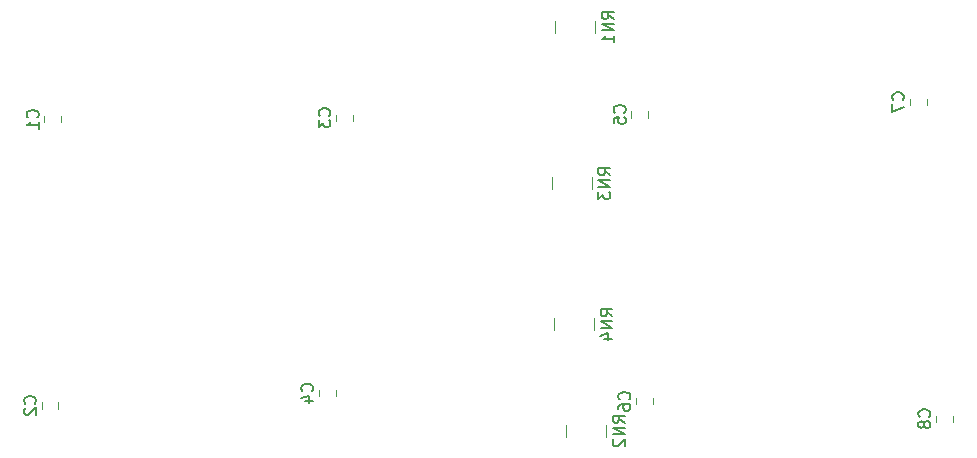
<source format=gbr>
G04 #@! TF.GenerationSoftware,KiCad,Pcbnew,(5.1.5)-3*
G04 #@! TF.CreationDate,2020-07-03T21:40:14-07:00*
G04 #@! TF.ProjectId,Sparkfun_buttons,53706172-6b66-4756-9e5f-627574746f6e,rev?*
G04 #@! TF.SameCoordinates,Original*
G04 #@! TF.FileFunction,Legend,Bot*
G04 #@! TF.FilePolarity,Positive*
%FSLAX46Y46*%
G04 Gerber Fmt 4.6, Leading zero omitted, Abs format (unit mm)*
G04 Created by KiCad (PCBNEW (5.1.5)-3) date 2020-07-03 21:40:14*
%MOMM*%
%LPD*%
G04 APERTURE LIST*
%ADD10C,0.120000*%
%ADD11C,0.150000*%
G04 APERTURE END LIST*
D10*
X86257200Y-51055748D02*
X86257200Y-51578252D01*
X84837200Y-51055748D02*
X84837200Y-51578252D01*
X86041300Y-75287348D02*
X86041300Y-75809852D01*
X84621300Y-75287348D02*
X84621300Y-75809852D01*
X109551400Y-50928748D02*
X109551400Y-51451252D01*
X110971400Y-50928748D02*
X110971400Y-51451252D01*
X108090900Y-74233248D02*
X108090900Y-74755752D01*
X109510900Y-74233248D02*
X109510900Y-74755752D01*
X135965000Y-50649348D02*
X135965000Y-51171852D01*
X134545000Y-50649348D02*
X134545000Y-51171852D01*
X136358700Y-74931748D02*
X136358700Y-75454252D01*
X134938700Y-74931748D02*
X134938700Y-75454252D01*
X158116200Y-49569848D02*
X158116200Y-50092352D01*
X159536200Y-49569848D02*
X159536200Y-50092352D01*
X160338700Y-76404948D02*
X160338700Y-76927452D01*
X161758700Y-76404948D02*
X161758700Y-76927452D01*
X131480400Y-42986500D02*
X131480400Y-43986500D01*
X128120400Y-42986500D02*
X128120400Y-43986500D01*
X129034600Y-77187600D02*
X129034600Y-78187600D01*
X132394600Y-77187600D02*
X132394600Y-78187600D01*
X131188200Y-56241900D02*
X131188200Y-57241900D01*
X127828200Y-56241900D02*
X127828200Y-57241900D01*
X127999700Y-68181600D02*
X127999700Y-69181600D01*
X131359700Y-68181600D02*
X131359700Y-69181600D01*
D11*
X84254342Y-51150333D02*
X84301961Y-51102714D01*
X84349580Y-50959857D01*
X84349580Y-50864619D01*
X84301961Y-50721761D01*
X84206723Y-50626523D01*
X84111485Y-50578904D01*
X83921009Y-50531285D01*
X83778152Y-50531285D01*
X83587676Y-50578904D01*
X83492438Y-50626523D01*
X83397200Y-50721761D01*
X83349580Y-50864619D01*
X83349580Y-50959857D01*
X83397200Y-51102714D01*
X83444819Y-51150333D01*
X84349580Y-52102714D02*
X84349580Y-51531285D01*
X84349580Y-51817000D02*
X83349580Y-51817000D01*
X83492438Y-51721761D01*
X83587676Y-51626523D01*
X83635295Y-51531285D01*
X84038442Y-75381933D02*
X84086061Y-75334314D01*
X84133680Y-75191457D01*
X84133680Y-75096219D01*
X84086061Y-74953361D01*
X83990823Y-74858123D01*
X83895585Y-74810504D01*
X83705109Y-74762885D01*
X83562252Y-74762885D01*
X83371776Y-74810504D01*
X83276538Y-74858123D01*
X83181300Y-74953361D01*
X83133680Y-75096219D01*
X83133680Y-75191457D01*
X83181300Y-75334314D01*
X83228919Y-75381933D01*
X83228919Y-75762885D02*
X83181300Y-75810504D01*
X83133680Y-75905742D01*
X83133680Y-76143838D01*
X83181300Y-76239076D01*
X83228919Y-76286695D01*
X83324157Y-76334314D01*
X83419395Y-76334314D01*
X83562252Y-76286695D01*
X84133680Y-75715266D01*
X84133680Y-76334314D01*
X108968542Y-51023333D02*
X109016161Y-50975714D01*
X109063780Y-50832857D01*
X109063780Y-50737619D01*
X109016161Y-50594761D01*
X108920923Y-50499523D01*
X108825685Y-50451904D01*
X108635209Y-50404285D01*
X108492352Y-50404285D01*
X108301876Y-50451904D01*
X108206638Y-50499523D01*
X108111400Y-50594761D01*
X108063780Y-50737619D01*
X108063780Y-50832857D01*
X108111400Y-50975714D01*
X108159019Y-51023333D01*
X108063780Y-51356666D02*
X108063780Y-51975714D01*
X108444733Y-51642380D01*
X108444733Y-51785238D01*
X108492352Y-51880476D01*
X108539971Y-51928095D01*
X108635209Y-51975714D01*
X108873304Y-51975714D01*
X108968542Y-51928095D01*
X109016161Y-51880476D01*
X109063780Y-51785238D01*
X109063780Y-51499523D01*
X109016161Y-51404285D01*
X108968542Y-51356666D01*
X107508042Y-74327833D02*
X107555661Y-74280214D01*
X107603280Y-74137357D01*
X107603280Y-74042119D01*
X107555661Y-73899261D01*
X107460423Y-73804023D01*
X107365185Y-73756404D01*
X107174709Y-73708785D01*
X107031852Y-73708785D01*
X106841376Y-73756404D01*
X106746138Y-73804023D01*
X106650900Y-73899261D01*
X106603280Y-74042119D01*
X106603280Y-74137357D01*
X106650900Y-74280214D01*
X106698519Y-74327833D01*
X106936614Y-75184976D02*
X107603280Y-75184976D01*
X106555661Y-74946880D02*
X107269947Y-74708785D01*
X107269947Y-75327833D01*
X133962142Y-50743933D02*
X134009761Y-50696314D01*
X134057380Y-50553457D01*
X134057380Y-50458219D01*
X134009761Y-50315361D01*
X133914523Y-50220123D01*
X133819285Y-50172504D01*
X133628809Y-50124885D01*
X133485952Y-50124885D01*
X133295476Y-50172504D01*
X133200238Y-50220123D01*
X133105000Y-50315361D01*
X133057380Y-50458219D01*
X133057380Y-50553457D01*
X133105000Y-50696314D01*
X133152619Y-50743933D01*
X133057380Y-51648695D02*
X133057380Y-51172504D01*
X133533571Y-51124885D01*
X133485952Y-51172504D01*
X133438333Y-51267742D01*
X133438333Y-51505838D01*
X133485952Y-51601076D01*
X133533571Y-51648695D01*
X133628809Y-51696314D01*
X133866904Y-51696314D01*
X133962142Y-51648695D01*
X134009761Y-51601076D01*
X134057380Y-51505838D01*
X134057380Y-51267742D01*
X134009761Y-51172504D01*
X133962142Y-51124885D01*
X134355842Y-75026333D02*
X134403461Y-74978714D01*
X134451080Y-74835857D01*
X134451080Y-74740619D01*
X134403461Y-74597761D01*
X134308223Y-74502523D01*
X134212985Y-74454904D01*
X134022509Y-74407285D01*
X133879652Y-74407285D01*
X133689176Y-74454904D01*
X133593938Y-74502523D01*
X133498700Y-74597761D01*
X133451080Y-74740619D01*
X133451080Y-74835857D01*
X133498700Y-74978714D01*
X133546319Y-75026333D01*
X133451080Y-75883476D02*
X133451080Y-75693000D01*
X133498700Y-75597761D01*
X133546319Y-75550142D01*
X133689176Y-75454904D01*
X133879652Y-75407285D01*
X134260604Y-75407285D01*
X134355842Y-75454904D01*
X134403461Y-75502523D01*
X134451080Y-75597761D01*
X134451080Y-75788238D01*
X134403461Y-75883476D01*
X134355842Y-75931095D01*
X134260604Y-75978714D01*
X134022509Y-75978714D01*
X133927271Y-75931095D01*
X133879652Y-75883476D01*
X133832033Y-75788238D01*
X133832033Y-75597761D01*
X133879652Y-75502523D01*
X133927271Y-75454904D01*
X134022509Y-75407285D01*
X157533342Y-49664433D02*
X157580961Y-49616814D01*
X157628580Y-49473957D01*
X157628580Y-49378719D01*
X157580961Y-49235861D01*
X157485723Y-49140623D01*
X157390485Y-49093004D01*
X157200009Y-49045385D01*
X157057152Y-49045385D01*
X156866676Y-49093004D01*
X156771438Y-49140623D01*
X156676200Y-49235861D01*
X156628580Y-49378719D01*
X156628580Y-49473957D01*
X156676200Y-49616814D01*
X156723819Y-49664433D01*
X156628580Y-49997766D02*
X156628580Y-50664433D01*
X157628580Y-50235861D01*
X159755842Y-76499533D02*
X159803461Y-76451914D01*
X159851080Y-76309057D01*
X159851080Y-76213819D01*
X159803461Y-76070961D01*
X159708223Y-75975723D01*
X159612985Y-75928104D01*
X159422509Y-75880485D01*
X159279652Y-75880485D01*
X159089176Y-75928104D01*
X158993938Y-75975723D01*
X158898700Y-76070961D01*
X158851080Y-76213819D01*
X158851080Y-76309057D01*
X158898700Y-76451914D01*
X158946319Y-76499533D01*
X159279652Y-77070961D02*
X159232033Y-76975723D01*
X159184414Y-76928104D01*
X159089176Y-76880485D01*
X159041557Y-76880485D01*
X158946319Y-76928104D01*
X158898700Y-76975723D01*
X158851080Y-77070961D01*
X158851080Y-77261438D01*
X158898700Y-77356676D01*
X158946319Y-77404295D01*
X159041557Y-77451914D01*
X159089176Y-77451914D01*
X159184414Y-77404295D01*
X159232033Y-77356676D01*
X159279652Y-77261438D01*
X159279652Y-77070961D01*
X159327271Y-76975723D01*
X159374890Y-76928104D01*
X159470128Y-76880485D01*
X159660604Y-76880485D01*
X159755842Y-76928104D01*
X159803461Y-76975723D01*
X159851080Y-77070961D01*
X159851080Y-77261438D01*
X159803461Y-77356676D01*
X159755842Y-77404295D01*
X159660604Y-77451914D01*
X159470128Y-77451914D01*
X159374890Y-77404295D01*
X159327271Y-77356676D01*
X159279652Y-77261438D01*
X133052780Y-42796023D02*
X132576590Y-42462690D01*
X133052780Y-42224595D02*
X132052780Y-42224595D01*
X132052780Y-42605547D01*
X132100400Y-42700785D01*
X132148019Y-42748404D01*
X132243257Y-42796023D01*
X132386114Y-42796023D01*
X132481352Y-42748404D01*
X132528971Y-42700785D01*
X132576590Y-42605547D01*
X132576590Y-42224595D01*
X133052780Y-43224595D02*
X132052780Y-43224595D01*
X133052780Y-43796023D01*
X132052780Y-43796023D01*
X133052780Y-44796023D02*
X133052780Y-44224595D01*
X133052780Y-44510309D02*
X132052780Y-44510309D01*
X132195638Y-44415071D01*
X132290876Y-44319833D01*
X132338495Y-44224595D01*
X133966980Y-76997123D02*
X133490790Y-76663790D01*
X133966980Y-76425695D02*
X132966980Y-76425695D01*
X132966980Y-76806647D01*
X133014600Y-76901885D01*
X133062219Y-76949504D01*
X133157457Y-76997123D01*
X133300314Y-76997123D01*
X133395552Y-76949504D01*
X133443171Y-76901885D01*
X133490790Y-76806647D01*
X133490790Y-76425695D01*
X133966980Y-77425695D02*
X132966980Y-77425695D01*
X133966980Y-77997123D01*
X132966980Y-77997123D01*
X133062219Y-78425695D02*
X133014600Y-78473314D01*
X132966980Y-78568552D01*
X132966980Y-78806647D01*
X133014600Y-78901885D01*
X133062219Y-78949504D01*
X133157457Y-78997123D01*
X133252695Y-78997123D01*
X133395552Y-78949504D01*
X133966980Y-78378076D01*
X133966980Y-78997123D01*
X132760580Y-56051423D02*
X132284390Y-55718090D01*
X132760580Y-55479995D02*
X131760580Y-55479995D01*
X131760580Y-55860947D01*
X131808200Y-55956185D01*
X131855819Y-56003804D01*
X131951057Y-56051423D01*
X132093914Y-56051423D01*
X132189152Y-56003804D01*
X132236771Y-55956185D01*
X132284390Y-55860947D01*
X132284390Y-55479995D01*
X132760580Y-56479995D02*
X131760580Y-56479995D01*
X132760580Y-57051423D01*
X131760580Y-57051423D01*
X131760580Y-57432376D02*
X131760580Y-58051423D01*
X132141533Y-57718090D01*
X132141533Y-57860947D01*
X132189152Y-57956185D01*
X132236771Y-58003804D01*
X132332009Y-58051423D01*
X132570104Y-58051423D01*
X132665342Y-58003804D01*
X132712961Y-57956185D01*
X132760580Y-57860947D01*
X132760580Y-57575233D01*
X132712961Y-57479995D01*
X132665342Y-57432376D01*
X132932080Y-67991123D02*
X132455890Y-67657790D01*
X132932080Y-67419695D02*
X131932080Y-67419695D01*
X131932080Y-67800647D01*
X131979700Y-67895885D01*
X132027319Y-67943504D01*
X132122557Y-67991123D01*
X132265414Y-67991123D01*
X132360652Y-67943504D01*
X132408271Y-67895885D01*
X132455890Y-67800647D01*
X132455890Y-67419695D01*
X132932080Y-68419695D02*
X131932080Y-68419695D01*
X132932080Y-68991123D01*
X131932080Y-68991123D01*
X132265414Y-69895885D02*
X132932080Y-69895885D01*
X131884461Y-69657790D02*
X132598747Y-69419695D01*
X132598747Y-70038742D01*
M02*

</source>
